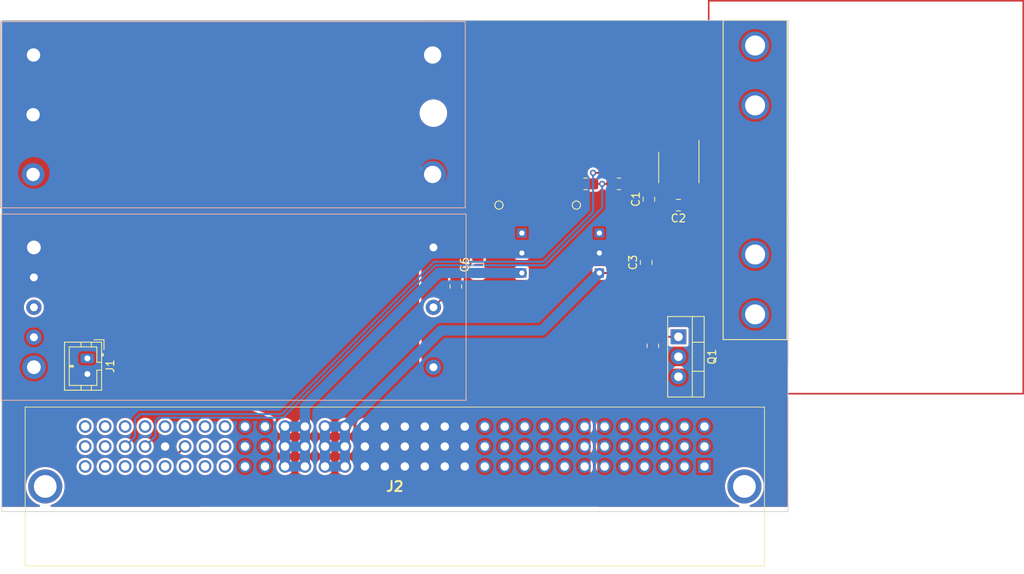
<source format=kicad_pcb>
(kicad_pcb (version 20240108) (generator "pcbnew") (generator_version "8.0")
  (layers (0 "F.Cu" signal) (31 "B.Cu" signal) (34 "B.Paste" user) (35 "F.Paste" user) (36 "B.SilkS" user "B.Silkscreen") (37 "F.SilkS" user "F.Silkscreen") (38 "B.Mask" user) (39 "F.Mask" user) (44 "Edge.Cuts" user))
  (net 0 "")
  (net 1 "/V_POWER")
  (net 2 "+24V")
  (net 3 "/VBATT")
  (net 4 "Net-(20A1-1)")
  (net 5 "+12V")
  (net 6 "+5V")
  (net 7 "+3.3V")
  (net 8 "12V_Jetson")
  (net 19 "SW2")
  (net 20 "SW1")
  (net 21 "SDA")
  (net 22 "SCL")
  (net 30 "Net-(INPT_CRRNT_SNSR1-FILTER)")
  (net 34 "Net-(U2-ON{slash}OFF)")
  (net 35 "DAT1")
  (net 36 "DAT2")
  (footprint "Custom:1.25__FUSECLIPS" (layer "F.Cu") (at 245.9 69.3 90)
    (property "Reference" "20A1" (hide yes))
    (property "Value" "Fuse")
    (fp_line (start 20.32 -4.064) (end 20.32 4.064) (stroke (width 0.127)) (layer "F.SilkS"))
    (fp_line (start -20.32 -4.064) (end 20.32 -4.064) (stroke (width 0.127)) (layer "F.SilkS"))
    (fp_line (start 20.32 4.064) (end -20.32 4.064) (stroke (width 0.127)) (layer "F.SilkS"))
    (fp_line (start -20.32 4.064) (end -20.32 -4.064) (stroke (width 0.127)) (layer "F.SilkS"))
    (pad "P$1" thru_hole circle (at -17.1069 0 90) (size 3.556 3.556) (drill 2.54) (layers "*.Cu" "*.Mask") (net 4 "Net-(20A1-1)"))
    (pad "P$1" thru_hole circle (at -9.4869 0 90) (size 3.556 3.556) (drill 2.54) (layers "*.Cu" "*.Mask") (net 4 "Net-(20A1-1)"))
    (pad "P$2" thru_hole circle (at 9.4869 0 90) (size 3.556 3.556) (drill 2.54) (layers "*.Cu" "*.Mask") (net 3 "/VBATT"))
    (pad "P$2" thru_hole circle (at 17.1069 0 90) (size 3.556 3.556) (drill 2.54) (layers "*.Cu" "*.Mask") (net 3 "/VBATT"))
  )
  (footprint "Capacitor_SMD:C_0805_2012Metric_Pad1.18x1.45mm_HandSolder" (layer "F.Cu") (at 232.4 71.75 90)
    (property "Reference" "C1" (at 0 -1.68 90) (layer "F.SilkS"))
    (property "Value" "47n")
    (fp_line (start -0.261252 -0.735) (end 0.261252 -0.735) (stroke (width 0.12)) (layer "F.SilkS"))
    (fp_line (start -0.261252 0.735) (end 0.261252 0.735) (stroke (width 0.12)) (layer "F.SilkS"))
    (pad "1" smd roundrect (at -1.0375 0 90) (size 1.175 1.45) (layers "F.Cu" "F.Paste" "F.Mask") (roundrect_rratio 0.2127659574) (net 30 "Net-(INPT_CRRNT_SNSR1-FILTER)"))
    (pad "2" smd roundrect (at 1.0375 0 90) (size 1.175 1.45) (layers "F.Cu" "F.Paste" "F.Mask") (roundrect_rratio 0.2127659574) (net 20 "SW1"))
  )
  (footprint "Package_SO:SOIC-8_3.9x4.9mm_P1.27mm" (layer "F.Cu") (at 236.2 67.7 -90)
    (property "Reference" "INPT_CRRNT_SNSR1" (hide yes))
    (property "Value" "TMCS1101A4B")
    (fp_line (start 0 2.56) (end -1.95 2.56) (stroke (width 0.12)) (layer "F.SilkS"))
    (fp_line (start 0 2.56) (end 1.95 2.56) (stroke (width 0.12)) (layer "F.SilkS"))
    (fp_line (start 0 -2.56) (end -3.45 -2.56) (stroke (width 0.12)) (layer "F.SilkS"))
    (fp_line (start 0 -2.56) (end 1.95 -2.56) (stroke (width 0.12)) (layer "F.SilkS"))
    (pad "1" smd roundrect (at -2.475 -1.905 270) (size 1.95 0.6) (layers "F.Cu" "F.Paste" "F.Mask") (net 3 "/VBATT"))
    (pad "1" smd roundrect (at -2.475 -0.635 270) (size 1.95 0.6) (layers "F.Cu" "F.Paste" "F.Mask") (net 3 "/VBATT"))
    (pad "3" smd roundrect (at -2.475 0.635 270) (size 1.95 0.6) (layers "F.Cu" "F.Paste" "F.Mask") (net 1 "/V_POWER"))
    (pad "3" smd roundrect (at -2.475 1.905 270) (size 1.95 0.6) (layers "F.Cu" "F.Paste" "F.Mask") (net 1 "/V_POWER"))
    (pad "5" smd roundrect (at 2.475 1.905 270) (size 1.95 0.6) (layers "F.Cu" "F.Paste" "F.Mask") (net 20 "SW1"))
    (pad "6" smd roundrect (at 2.475 0.635 270) (size 1.95 0.6) (layers "F.Cu" "F.Paste" "F.Mask") (net 30 "Net-(INPT_CRRNT_SNSR1-FILTER)"))
    (pad "7" smd roundrect (at 2.475 -0.635 270) (size 1.95 0.6) (layers "F.Cu" "F.Paste" "F.Mask") (net 36 "DAT2"))
    (pad "8" smd roundrect (at 2.475 -1.905 270) (size 1.95 0.6) (layers "F.Cu" "F.Paste" "F.Mask") (net 6 "+5V"))
  )
  (footprint "Capacitor_SMD:C_0805_2012Metric_Pad1.18x1.45mm_HandSolder" (layer "F.Cu") (at 236.15 72.5 180)
    (property "Reference" "C2" (at 0 -1.68 0) (layer "F.SilkS"))
    (property "Value" "0.1u")
    (fp_line (start -0.261252 0.735) (end 0.261252 0.735) (stroke (width 0.12)) (layer "F.SilkS"))
    (fp_line (start -0.261252 -0.735) (end 0.261252 -0.735) (stroke (width 0.12)) (layer "F.SilkS"))
    (pad "1" smd roundrect (at -1.0375 0 180) (size 1.175 1.45) (layers "F.Cu" "F.Paste" "F.Mask") (roundrect_rratio 0.2127659574) (net 6 "+5V"))
    (pad "2" smd roundrect (at 1.0375 0 180) (size 1.175 1.45) (layers "F.Cu" "F.Paste" "F.Mask") (roundrect_rratio 0.2127659574) (net 20 "SW1"))
  )
  (footprint "Package_TO_SOT_THT:TO-220-3_Vertical" (layer "F.Cu") (at 236.155 89.26 -90)
    (property "Reference" "Q1" (at 2.54 -4.27 90) (layer "F.SilkS"))
    (property "Value" "FQPF27P06")
    (fp_line (start -2.58 1.371) (end 7.66 1.371) (stroke (width 0.12)) (layer "F.SilkS"))
    (fp_line (start -2.58 -1.76) (end 7.66 -1.76) (stroke (width 0.12)) (layer "F.SilkS"))
    (fp_line (start -2.58 -3.27) (end -2.58 1.371) (stroke (width 0.12)) (layer "F.SilkS"))
    (fp_line (start -2.58 -3.27) (end 7.66 -3.27) (stroke (width 0.12)) (layer "F.SilkS"))
    (fp_line (start 0.69 -3.27) (end 0.69 -1.76) (stroke (width 0.12)) (layer "F.SilkS"))
    (fp_line (start 4.391 -3.27) (end 4.391 -1.76) (stroke (width 0.12)) (layer "F.SilkS"))
    (fp_line (start 7.66 -3.27) (end 7.66 1.371) (stroke (width 0.12)) (layer "F.SilkS"))
    (pad "1" thru_hole rect (at 0 0 270) (size 1.905 2) (drill 1.1) (layers "*.Cu" "*.Mask") (net 19 "SW2"))
    (pad "2" thru_hole oval (at 2.54 0 270) (size 1.905 2) (drill 1.1) (layers "*.Cu" "*.Mask") (net 4 "Net-(20A1-1)"))
    (pad "3" thru_hole oval (at 5.08 0 270) (size 1.905 2) (drill 1.1) (layers "*.Cu" "*.Mask") (net 2 "+24V"))
  )
  (footprint "Resistor_SMD:R_0805_2012Metric_Pad1.20x1.40mm_HandSolder" (layer "F.Cu") (at 224.35 69.8)
    (property "Reference" "VDIV1(R)1" (hide yes))
    (property "Value" "90kO")
    (fp_line (start -0.227064 -0.735) (end 0.227064 -0.735) (stroke (width 0.12)) (layer "F.SilkS"))
    (fp_line (start -0.227064 0.735) (end 0.227064 0.735) (stroke (width 0.12)) (layer "F.SilkS"))
    (pad "1" smd roundrect (at -1 0) (size 1.2 1.4) (layers "F.Cu" "F.Paste" "F.Mask") (roundrect_rratio 0.2083333333) (net 1 "/V_POWER"))
    (pad "2" smd roundrect (at 1 0) (size 1.2 1.4) (layers "F.Cu" "F.Paste" "F.Mask") (roundrect_rratio 0.2083333333) (net 35 "DAT1"))
  )
  (footprint "Custom:6509475" (layer "F.Cu") (at 239.462617 105.762442)
    (property "Reference" "J2" (at -39.37 2.545 0) (layer "F.SilkS") (effects (font (size 1.27 1.27) (thickness 0.254))))
    (property "Value" "~" (hide yes))
    (fp_line (start -86.37 -7.56) (end 7.63 -7.56) (stroke (width 0.1)) (layer "F.SilkS"))
    (fp_line (start -86.37 12.65) (end -86.37 -7.56) (stroke (width 0.1)) (layer "F.SilkS"))
    (fp_line (start 7.63 -7.56) (end 7.63 12.65) (stroke (width 0.1)) (layer "F.SilkS"))
    (fp_line (start 7.63 12.65) (end -86.37 12.65) (stroke (width 0.1)) (layer "F.SilkS"))
    (pad "A1" thru_hole rect (at 0 0) (size 1.605 1.605) (drill 1.07) (layers "*.Cu" "*.Mask") (net 2 "+24V"))
    (pad "A2" thru_hole circle (at -2.54 0) (size 1.605 1.605) (drill 1.07) (layers "*.Cu" "*.Mask") (net 2 "+24V"))
    (pad "A3" thru_hole circle (at -5.08 0) (size 1.605 1.605) (drill 1.07) (layers "*.Cu" "*.Mask") (net 2 "+24V"))
    (pad "A4" thru_hole circle (at -7.62 0) (size 1.605 1.605) (drill 1.07) (layers "*.Cu" "*.Mask") (net 2 "+24V"))
    (pad "A5" thru_hole circle (at -10.16 0) (size 1.605 1.605) (drill 1.07) (layers "*.Cu" "*.Mask") (net 2 "+24V"))
    (pad "A6" thru_hole circle (at -12.7 0) (size 1.605 1.605) (drill 1.07) (layers "*.Cu" "*.Mask") (net 2 "+24V"))
    (pad "A7" thru_hole circle (at -15.24 0) (size 1.605 1.605) (drill 1.07) (layers "*.Cu" "*.Mask") (net 5 "+12V"))
    (pad "A8" thru_hole circle (at -17.78 0) (size 1.605 1.605) (drill 1.07) (layers "*.Cu" "*.Mask") (net 5 "+12V"))
    (pad "A9" thru_hole circle (at -20.32 0) (size 1.605 1.605) (drill 1.07) (layers "*.Cu" "*.Mask") (net 5 "+12V"))
    (pad "A10" thru_hole circle (at -22.86 0) (size 1.605 1.605) (drill 1.07) (layers "*.Cu" "*.Mask") (net 5 "+12V"))
    (pad "A11" thru_hole circle (at -25.4 0) (size 1.605 1.605) (drill 1.07) (layers "*.Cu" "*.Mask") (net 5 "+12V"))
    (pad "A12" thru_hole circle (at -27.94 0) (size 1.605 1.605) (drill 1.07) (layers "*.Cu" "*.Mask") (net 5 "+12V"))
    (pad "A13" thru_hole circle (at -30.48 0) (size 1.605 1.605) (drill 1.07) (layers "*.Cu" "*.Mask") (net 20 "SW1"))
    (pad "A14" thru_hole circle (at -33.02 0) (size 1.605 1.605) (drill 1.07) (layers "*.Cu" "*.Mask") (net 20 "SW1"))
    (pad "A15" thru_hole circle (at -35.56 0) (size 1.605 1.605) (drill 1.07) (layers "*.Cu" "*.Mask") (net 20 "SW1"))
    (pad "A16" thru_hole circle (at -38.1 0) (size 1.605 1.605) (drill 1.07) (layers "*.Cu" "*.Mask") (net 20 "SW1"))
    (pad "A17" thru_hole circle (at -40.64 0) (size 1.605 1.605) (drill 1.07) (layers "*.Cu" "*.Mask") (net 20 "SW1"))
    (pad "A18" thru_hole circle (at -43.18 0) (size 1.605 1.605) (drill 1.07) (layers "*.Cu" "*.Mask") (net 20 "SW1"))
    (pad "A19" thru_hole circle (at -45.72 0) (size 1.605 1.605) (drill 1.07) (layers "*.Cu" "*.Mask") (net 6 "+5V"))
    (pad "A20" thru_hole circle (at -48.26 0) (size 1.605 1.605) (drill 1.07) (layers "*.Cu" "*.Mask") (net 6 "+5V"))
    (pad "A21" thru_hole circle (at -50.8 0) (size 1.605 1.605) (drill 1.07) (layers "*.Cu" "*.Mask") (net 7 "+3.3V"))
    (pad "A22" thru_hole circle (at -53.34 0) (size 1.605 1.605) (drill 1.07) (layers "*.Cu" "*.Mask") (net 7 "+3.3V"))
    (pad "A23" thru_hole circle (at -55.88 0) (size 1.605 1.605) (drill 1.07) (layers "*.Cu" "*.Mask") (net 8 "12V_Jetson"))
    (pad "A24" thru_hole circle (at -58.42 0) (size 1.605 1.605) (drill 1.07) (layers "*.Cu" "*.Mask") (net 8 "12V_Jetson"))
    (pad "A25" thru_hole circle (at -60.96 0) (size 1.605 1.605) (drill 1.07) (layers "*.Cu" "*.Mask"))
    (pad "A26" thru_hole circle (at -63.5 0) (size 1.605 1.605) (drill 1.07) (layers "*.Cu" "*.Mask"))
    (pad "A27" thru_hole circle (at -66.04 0) (size 1.605 1.605) (drill 1.07) (layers "*.Cu" "*.Mask"))
    (pad "A28" thru_hole circle (at -68.58 0) (size 1.605 1.605) (drill 1.07) (layers "*.Cu" "*.Mask"))
    (pad "A29" thru_hole circle (at -71.12 0) (size 1.605 1.605) (drill 1.07) (layers "*.Cu" "*.Mask"))
    (pad "A30" thru_hole circle (at -73.66 0) (size 1.605 1.605) (drill 1.07) (layers "*.Cu" "*.Mask"))
    (pad "A31" thru_hole circle (at -76.2 0) (size 1.605 1.605) (drill 1.07) (layers "*.Cu" "*.Mask"))
    (pad "A32" thru_hole circle (at -78.74 0) (size 1.605 1.605) (drill 1.07) (layers "*.Cu" "*.Mask"))
    (pad "B1" thru_hole circle (at 0 -2.54) (size 1.605 1.605) (drill 1.07) (layers "*.Cu" "*.Mask") (net 2 "+24V"))
    (pad "B2" thru_hole circle (at -2.54 -2.54) (size 1.605 1.605) (drill 1.07) (layers "*.Cu" "*.Mask") (net 2 "+24V"))
    (pad "B3" thru_hole circle (at -5.08 -2.54) (size 1.605 1.605) (drill 1.07) (layers "*.Cu" "*.Mask") (net 2 "+24V"))
    (pad "B4" thru_hole circle (at -7.62 -2.54) (size 1.605 1.605) (drill 1.07) (layers "*.Cu" "*.Mask") (net 2 "+24V"))
    (pad "B5" thru_hole circle (at -10.16 -2.54) (size 1.605 1.605) (drill 1.07) (layers "*.Cu" "*.Mask") (net 2 "+24V"))
    (pad "B6" thru_hole circle (at -12.7 -2.54) (size 1.605 1.605) (drill 1.07) (layers "*.Cu" "*.Mask") (net 2 "+24V"))
    (pad "B7" thru_hole circle (at -15.24 -2.54) (size 1.605 1.605) (drill 1.07) (layers "*.Cu" "*.Mask") (net 5 "+12V"))
    (pad "B8" thru_hole circle (at -17.78 -2.54) (size 1.605 1.605) (drill 1.07) (layers "*.Cu" "*.Mask") (net 5 "+12V"))
    (pad "B9" thru_hole circle (at -20.32 -2.54) (size 1.605 1.605) (drill 1.07) (layers "*.Cu" "*.Mask") (net 5 "+12V"))
    (pad "B10" thru_hole circle (at -22.86 -2.54) (size 1.605 1.605) (drill 1.07) (layers "*.Cu" "*.Mask") (net 5 "+12V"))
    (pad "B11" thru_hole circle (at -25.4 -2.54) (size 1.605 1.605) (drill 1.07) (layers "*.Cu" "*.Mask") (net 5 "+12V"))
    (pad "B12" thru_hole circle (at -27.94 -2.54) (size 1.605 1.605) (drill 1.07) (layers "*.Cu" "*.Mask") (net 5 "+12V"))
    (pad "B13" thru_hole circle (at -30.48 -2.54) (size 1.605 1.605) (drill 1.07) (layers "*.Cu" "*.Mask") (net 20 "SW1"))
    (pad "B14" thru_hole circle (at -33.02 -2.54) (size 1.605 1.605) (drill 1.07) (layers "*.Cu" "*.Mask") (net 20 "SW1"))
    (pad "B15" thru_hole circle (at -35.56 -2.54) (size 1.605 1.605) (drill 1.07) (layers "*.Cu" "*.Mask") (net 20 "SW1"))
    (pad "B16" thru_hole circle (at -38.1 -2.54) (size 1.605 1.605) (drill 1.07) (layers "*.Cu" "*.Mask") (net 20 "SW1"))
    (pad "B17" thru_hole circle (at -40.64 -2.54) (size 1.605 1.605) (drill 1.07) (layers "*.Cu" "*.Mask") (net 20 "SW1"))
    (pad "B18" thru_hole circle (at -43.18 -2.54) (size 1.605 1.605) (drill 1.07) (layers "*.Cu" "*.Mask") (net 20 "SW1"))
    (pad "B19" thru_hole circle (at -45.72 -2.54) (size 1.605 1.605) (drill 1.07) (layers "*.Cu" "*.Mask") (net 6 "+5V"))
    (pad "B20" thru_hole circle (at -48.26 -2.54) (size 1.605 1.605) (drill 1.07) (layers "*.Cu" "*.Mask") (net 6 "+5V"))
    (pad "B21" thru_hole circle (at -50.8 -2.54) (size 1.605 1.605) (drill 1.07) (layers "*.Cu" "*.Mask") (net 7 "+3.3V"))
    (pad "B22" thru_hole circle (at -53.34 -2.54) (size 1.605 1.605) (drill 1.07) (layers "*.Cu" "*.Mask") (net 7 "+3.3V"))
    (pad "B23" thru_hole circle (at -55.88 -2.54) (size 1.605 1.605) (drill 1.07) (layers "*.Cu" "*.Mask") (net 8 "12V_Jetson"))
    (pad "B24" thru_hole circle (at -58.42 -2.54) (size 1.605 1.605) (drill 1.07) (layers "*.Cu" "*.Mask") (net 8 "12V_Jetson"))
    (pad "B25" thru_hole circle (at -60.96 -2.54) (size 1.605 1.605) (drill 1.07) (layers "*.Cu" "*.Mask"))
    (pad "B26" thru_hole circle (at -63.5 -2.54) (size 1.605 1.605) (drill 1.07) (layers "*.Cu" "*.Mask"))
    (pad "B27" thru_hole circle (at -66.04 -2.54) (size 1.605 1.605) (drill 1.07) (layers "*.Cu" "*.Mask") (net 19 "SW2"))
    (pad "B28" thru_hole circle (at -68.58 -2.54) (size 1.605 1.605) (drill 1.07) (layers "*.Cu" "*.Mask") (net 20 "SW1"))
    (pad "B29" thru_hole circle (at -71.12 -2.54) (size 1.605 1.605) (drill 1.07) (layers "*.Cu" "*.Mask") (net 35 "DAT1"))
    (pad "B30" thru_hole circle (at -73.66 -2.54) (size 1.605 1.605) (drill 1.07) (layers "*.Cu" "*.Mask") (net 36 "DAT2"))
    (pad "B31" thru_hole circle (at -76.2 -2.54) (size 1.605 1.605) (drill 1.07) (layers "*.Cu" "*.Mask") (net 21 "SDA"))
    (pad "B32" thru_hole circle (at -78.74 -2.54) (size 1.605 1.605) (drill 1.07) (layers "*.Cu" "*.Mask") (net 22 "SCL"))
    (pad "C1" thru_hole circle (at 0 -5.08) (size 1.605 1.605) (drill 1.07) (layers "*.Cu" "*.Mask") (net 2 "+24V"))
    (pad "C2" thru_hole circle (at -2.54 -5.08) (size 1.605 1.605) (drill 1.07) (layers "*.Cu" "*.Mask") (net 2 "+24V"))
    (pad "C3" thru_hole circle (at -5.08 -5.08) (size 1.605 1.605) (drill 1.07) (layers "*.Cu" "*.Mask") (net 2 "+24V"))
    (pad "C4" thru_hole circle (at -7.62 -5.08) (size 1.605 1.605) (drill 1.07) (layers "*.Cu" "*.Mask") (net 2 "+24V"))
    (pad "C5" thru_hole circle (at -10.16 -5.08) (size 1.605 1.605) (drill 1.07) (layers "*.Cu" "*.Mask") (net 2 "+24V"))
    (pad "C6" thru_hole circle (at -12.7 -5.08) (size 1.605 1.605) (drill 1.07) (layers "*.Cu" "*.Mask") (net 2 "+24V"))
    (pad "C7" thru_hole circle (at -15.24 -5.08) (size 1.605 1.605) (drill 1.07) (layers "*.Cu" "*.Mask") (net 5 "+12V"))
    (pad "C8" thru_hole circle (at -17.78 -5.08) (size 1.605 1.605) (drill 1.07) (layers "*.Cu" "*.Mask") (net 5 "+12V"))
    (pad "C9" thru_hole circle (at -20.32 -5.08) (size 1.605 1.605) (drill 1.07) (layers "*.Cu" "*.Mask") (net 5 "+12V"))
    (pad "C10" thru_hole circle (at -22.86 -5.08) (size 1.605 1.605) (drill 1.07) (layers "*.Cu" "*.Mask") (net 5 "+12V"))
    (pad "C11" thru_hole circle (at -25.4 -5.08) (size 1.605 1.605) (drill 1.07) (layers "*.Cu" "*.Mask") (net 5 "+12V"))
    (pad "C12" thru_hole circle (at -27.94 -5.08) (size 1.605 1.605) (drill 1.07) (layers "*.Cu" "*.Mask") (net 5 "+12V"))
    (pad "C13" thru_hole circle (at -30.48 -5.08) (size 1.605 1.605) (drill 1.07) (layers "*.Cu" "*.Mask") (net 20 "SW1"))
    (pad "C14" thru_hole circle (at -33.02 -5.08) (size 1.605 1.605) (drill 1.07) (layers "*.Cu" "*.Mask") (net 20 "SW1"))
    (pad "C15" thru_hole circle (at -35.56 -5.08) (size 1.605 1.605) (drill 1.07) (layers "*.Cu" "*.Mask") (net 20 "SW1"))
    (pad "C16" thru_hole circle (at -38.1 -5.08) (size 1.605 1.605) (drill 1.07) (layers "*.Cu" "*.Mask") (net 20 "SW1"))
    (pad "C17" thru_hole circle (at -40.64 -5.08) (size 1.605 1.605) (drill 1.07) (layers "*.Cu" "*.Mask") (net 20 "SW1"))
    (pad "C18" thru_hole circle (at -43.18 -5.08) (size 1.605 1.605) (drill 1.07) (layers "*.Cu" "*.Mask") (net 20 "SW1"))
    (pad "C19" thru_hole circle (at -45.72 -5.08) (size 1.605 1.605) (drill 1.07) (layers "*.Cu" "*.Mask") (net 6 "+5V"))
    (pad "C20" thru_hole circle (at -48.26 -5.08) (size 1.605 1.605) (drill 1.07) (layers "*.Cu" "*.Mask") (net 6 "+5V"))
    (pad "C21" thru_hole circle (at -50.8 -5.08) (size 1.605 1.605) (drill 1.07) (layers "*.Cu" "*.Mask") (net 7 "+3.3V"))
    (pad "C22" thru_hole circle (at -53.34 -5.08) (size 1.605 1.605) (drill 1.07) (layers "*.Cu" "*.Mask") (net 7 "+3.3V"))
    (pad "C23" thru_hole circle (at -55.88 -5.08) (size 1.605 1.605) (drill 1.07) (layers "*.Cu" "*.Mask") (net 8 "12V_Jetson"))
    (pad "C24" thru_hole circle (at -58.42 -5.08) (size 1.605 1.605) (drill 1.07) (layers "*.Cu" "*.Mask") (net 8 "12V_Jetson"))
    (pad "C25" thru_hole circle (at -60.96 -5.08) (size 1.605 1.605) (drill 1.07) (layers "*.Cu" "*.Mask"))
    (pad "C26" thru_hole circle (at -63.5 -5.08) (size 1.605 1.605) (drill 1.07) (layers "*.Cu" "*.Mask"))
    (pad "C27" thru_hole circle (at -66.04 -5.08) (size 1.605 1.605) (drill 1.07) (layers "*.Cu" "*.Mask"))
    (pad "C28" thru_hole circle (at -68.58 -5.08) (size 1.605 1.605) (drill 1.07) (layers "*.Cu" "*.Mask"))
    (pad "C29" thru_hole circle (at -71.12 -5.08) (size 1.605 1.605) (drill 1.07) (layers "*.Cu" "*.Mask"))
    (pad "C30" thru_hole circle (at -73.66 -5.08) (size 1.605 1.605) (drill 1.07) (layers "*.Cu" "*.Mask"))
    (pad "C31" thru_hole circle (at -76.2 -5.08) (size 1.605 1.605) (drill 1.07) (layers "*.Cu" "*.Mask"))
    (pad "C32" thru_hole circle (at -78.74 -5.08) (size 1.605 1.605) (drill 1.07) (layers "*.Cu" "*.Mask"))
    (pad "MH1" thru_hole circle (at 5.08 2.54) (size 4.335 4.335) (drill 2.89) (layers "*.Cu" "*.Mask"))
    (pad "MH2" thru_hole circle (at -83.82 2.54) (size 4.335 4.335) (drill 2.89) (layers "*.Cu" "*.Mask"))
  )
  (footprint "Resistor_SMD:R_0805_2012Metric_Pad1.20x1.40mm_HandSolder" (layer "F.Cu") (at 232.9 90.4 90)
    (property "Reference" "RSW1" (hide yes))
    (property "Value" "10kO")
    (fp_line (start -0.227064 -0.735) (end 0.227064 -0.735) (stroke (width 0.12)) (layer "F.SilkS"))
    (fp_line (start -0.227064 0.735) (end 0.227064 0.735) (stroke (width 0.12)) (layer "F.SilkS"))
    (pad "1" smd roundrect (at -1 0 90) (size 1.2 1.4) (layers "F.Cu" "F.Paste" "F.Mask") (roundrect_rratio 0.2083333333) (net 2 "+24V"))
    (pad "2" smd roundrect (at 1 0 90) (size 1.2 1.4) (layers "F.Cu" "F.Paste" "F.Mask") (roundrect_rratio 0.2083333333) (net 19 "SW2"))
  )
  (footprint "Custom:TSR2" (layer "F.Cu") (at 216.25 78.6 -90)
    (property "Reference" "DC/DC_CNVRT2" (hide yes))
    (property "Value" "TSR2-2433" (hide yes))
    (fp_circle (center -6.096 2.921) (end -5.572366 2.921) (stroke (width 0.127)) (fill none) (layer "F.SilkS"))
    (pad "1" thru_hole rect (at -2.54 0 270) (size 1.158 1.158) (drill 0.65) (layers "*.Cu" "*.Mask") (net 1 "/V_POWER"))
    (pad "2" thru_hole rect (at 0 0 270) (size 1.158 1.158) (drill 0.65) (layers "*.Cu" "*.Mask") (net 20 "SW1"))
    (pad "3" thru_hole rect (at 2.54 0 270) (size 1.158 1.158) (drill 0.65) (layers "*.Cu" "*.Mask") (net 7 "+3.3V"))
  )
  (footprint "Custom:TSR2" (layer "F.Cu") (at 226.1 78.6 -90)
    (property "Reference" "DC/DC_CNVRT1" (hide yes))
    (property "Value" "TSR2-2450" (hide yes))
    (fp_circle (center -6.096 2.921) (end -5.572366 2.921) (stroke (width 0.127)) (fill none) (layer "F.SilkS"))
    (pad "1" thru_hole rect (at -2.54 0 270) (size 1.158 1.158) (drill 0.65) (layers "*.Cu" "*.Mask") (net 1 "/V_POWER"))
    (pad "2" thru_hole rect (at 0 0 270) (size 1.158 1.158) (drill 0.65) (layers "*.Cu" "*.Mask") (net 20 "SW1"))
    (pad "3" thru_hole rect (at 2.54 0 270) (size 1.158 1.158) (drill 0.65) (layers "*.Cu" "*.Mask") (net 6 "+5V"))
  )
  (footprint "Capacitor_SMD:C_0805_2012Metric_Pad1.18x1.45mm_HandSolder" (layer "F.Cu") (at 210.65 80.1 90)
    (property "Reference" "C6" (at 0 -1.68 90) (layer "F.SilkS"))
    (property "Value" "1u")
    (fp_line (start -0.261252 -0.735) (end 0.261252 -0.735) (stroke (width 0.12)) (layer "F.SilkS"))
    (fp_line (start -0.261252 0.735) (end 0.261252 0.735) (stroke (width 0.12)) (layer "F.SilkS"))
    (pad "1" smd roundrect (at -1.0375 0 90) (size 1.175 1.45) (layers "F.Cu" "F.Paste" "F.Mask") (roundrect_rratio 0.2127659574) (net 7 "+3.3V"))
    (pad "2" smd roundrect (at 1.0375 0 90) (size 1.175 1.45) (layers "F.Cu" "F.Paste" "F.Mask") (roundrect_rratio 0.2127659574) (net 20 "SW1"))
  )
  (footprint "Capacitor_SMD:C_0805_2012Metric_Pad1.18x1.45mm_HandSolder" (layer "F.Cu") (at 232.05 79.8 90)
    (property "Reference" "C3" (at 0 -1.68 90) (layer "F.SilkS"))
    (property "Value" "1u")
    (fp_line (start -0.261252 -0.735) (end 0.261252 -0.735) (stroke (width 0.12)) (layer "F.SilkS"))
    (fp_line (start -0.261252 0.735) (end 0.261252 0.735) (stroke (width 0.12)) (layer "F.SilkS"))
    (pad "1" smd roundrect (at -1.0375 0 90) (size 1.175 1.45) (layers "F.Cu" "F.Paste" "F.Mask") (roundrect_rratio 0.2127659574) (net 6 "+5V"))
    (pad "2" smd roundrect (at 1.0375 0 90) (size 1.175 1.45) (layers "F.Cu" "F.Paste" "F.Mask") (roundrect_rratio 0.2127659574) (net 20 "SW1"))
  )
  (footprint "Resistor_SMD:R_0805_2012Metric_Pad1.20x1.40mm_HandSolder" (layer "F.Cu") (at 207.85 82.85 90)
    (property "Reference" "RSW2" (hide yes))
    (property "Value" "10kO")
    (fp_line (start -0.227064 -0.735) (end 0.227064 -0.735) (stroke (width 0.12)) (layer "F.SilkS"))
    (fp_line (start -0.227064 0.735) (end 0.227064 0.735) (stroke (width 0.12)) (layer "F.SilkS"))
    (pad "1" smd roundrect (at -1 0 90) (size 1.2 1.4) (layers "F.Cu" "F.Paste" "F.Mask") (roundrect_rratio 0.2083333333) (net 34 "Net-(U2-ON{slash}OFF)"))
    (pad "2" smd roundrect (at 1 0 90) (size 1.2 1.4) (layers "F.Cu" "F.Paste" "F.Mask") (roundrect_rratio 0.2083333333) (net 20 "SW1"))
  )
  (footprint "Connector_JST:JST_PH_B2B-PH-K_1x02_P2.00mm_Vertical" (layer "F.Cu") (at 161 92 -90)
    (property "Reference" "J1" (at 1 -2.9 90) (layer "F.SilkS"))
    (property "Value" "Conn_01x02")
    (fp_line (start -2.06 2.91) (end 4.06 2.91) (stroke (width 0.12)) (layer "F.SilkS"))
    (fp_line (start 4.06 2.91) (end 4.06 -1.81) (stroke (width 0.12)) (layer "F.SilkS"))
    (fp_line (start -1.45 2.3) (end 3.45 2.3) (stroke (width 0.12)) (layer "F.SilkS"))
    (fp_line (start 0.9 2.3) (end 0.9 1.8) (stroke (width 0.12)) (layer "F.SilkS"))
    (fp_line (start 1 2.3) (end 1 1.8) (stroke (width 0.12)) (layer "F.SilkS"))
    (fp_line (start 3.45 2.3) (end 3.45 -1.2) (stroke (width 0.12)) (layer "F.SilkS"))
    (fp_line (start 0.9 1.8) (end 1.1 1.8) (stroke (width 0.12)) (layer "F.SilkS"))
    (fp_line (start 1.1 1.8) (end 1.1 2.3) (stroke (width 0.12)) (layer "F.SilkS"))
    (fp_line (start -2.06 0.8) (end -1.45 0.8) (stroke (width 0.12)) (layer "F.SilkS"))
    (fp_line (start 4.06 0.8) (end 3.45 0.8) (stroke (width 0.12)) (layer "F.SilkS"))
    (fp_line (start -2.06 -0.5) (end -1.45 -0.5) (stroke (width 0.12)) (layer "F.SilkS"))
    (fp_line (start 4.06 -0.5) (end 3.45 -0.5) (stroke (width 0.12)) (layer "F.SilkS"))
    (fp_line (start -1.45 -1.2) (end -1.45 2.3) (stroke (width 0.12)) (layer "F.SilkS"))
    (fp_line (start 0.5 -1.2) (end -1.45 -1.2) (stroke (width 0.12)) (layer "F.SilkS"))
    (fp_line (start 1.5 -1.2) (end 1.5 -1.81) (stroke (width 0.12)) (layer "F.SilkS"))
    (fp_line (start 3.45 -1.2) (end 1.5 -1.2) (stroke (width 0.12)) (layer "F.SilkS"))
    (fp_line (start -2.06 -1.81) (end -2.06 2.91) (stroke (width 0.12)) (layer "F.SilkS"))
    (fp_line (start -0.3 -1.81) (end -0.3 -2.01) (stroke (width 0.12)) (layer "F.SilkS"))
    (fp_line (start 0.5 -1.81) (end 0.5 -1.2) (stroke (width 0.12)) (layer "F.SilkS"))
    (fp_line (start 4.06 -1.81) (end -2.06 -1.81) (stroke (width 0.12)) (layer "F.SilkS"))
    (fp_line (start -0.3 -1.91) (end -0.6 -1.91) (stroke (width 0.12)) (layer "F.SilkS"))
    (fp_line (start -0.6 -2.01) (end -0.6 -1.81) (stroke (width 0.12)) (layer "F.SilkS"))
    (fp_line (start -0.3 -2.01) (end -0.6 -2.01) (stroke (width 0.12)) (layer "F.SilkS"))
    (fp_line (start -2.36 -2.11) (end -2.36 -0.86) (stroke (width 0.12)) (layer "F.SilkS"))
    (fp_line (start -1.11 -2.11) (end -2.36 -2.11) (stroke (width 0.12)) (layer "F.SilkS"))
    (pad "1" thru_hole roundrect (at 0 0 270) (size 1.2 1.75) (drill 0.75) (layers "*.Cu" "*.Mask") (roundrect_rratio 0.208333) (net 8 "12V_Jetson"))
    (pad "2" thru_hole oval (at 2 0 270) (size 1.2 1.75) (drill 0.75) (layers "*.Cu" "*.Mask") (net 20 "SW1"))
  )
  (footprint "Resistor_SMD:R_0805_2012Metric_Pad1.20x1.40mm_HandSolder" (layer "F.Cu") (at 228.6 69.8)
    (property "Reference" "VDIV2(R)1" (hide yes))
    (property "Value" "10kO")
    (fp_line (start -0.227064 -0.735) (end 0.227064 -0.735) (stroke (width 0.12)) (layer "F.SilkS"))
    (fp_line (start -0.227064 0.735) (end 0.227064 0.735) (stroke (width 0.12)) (layer "F.SilkS"))
    (pad "1" smd roundrect (at -1 0) (size 1.2 1.4) (layers "F.Cu" "F.Paste" "F.Mask") (roundrect_rratio 0.2083333333) (net 35 "DAT1"))
    (pad "2" smd roundrect (at 1 0) (size 1.2 1.4) (layers "F.Cu" "F.Paste" "F.Mask") (roundrect_rratio 0.2083333333) (net 20 "SW1"))
  )
  (footprint "Custom:240W_CONV" (layer "B.Cu") (at 154.1 68.6 90)
    (property "Reference" "U1" (hide yes))
    (property "Value" "~" (hide yes))
    (fp_rect (start -4.25 54.95) (end 19.45 -4.15) (stroke (width 0.12)) (fill none) (layer "B.SilkS"))
    (pad "1" thru_hole circle (at 0 0 90) (size 2.9 2.9) (drill 1.7) (layers "*.Cu" "*.Mask") (net 1 "/V_POWER"))
    (pad "2" thru_hole circle (at 7.6 0 90) (size 2.9 2.9) (drill 1.7) (layers "*.Cu" "*.Mask"))
    (pad "3" thru_hole circle (at 15.2 0.0508 90) (size 2.9 2.9) (drill 1.7) (layers "*.Cu" "*.Mask") (net 20 "SW1"))
    (pad "4" thru_hole circle (at 15.2 50.8 90) (size 3.4 3.4) (drill 2.2) (layers "*.Cu" "*.Mask") (net 20 "SW1"))
    (pad "8" thru_hole circle (at 0 50.8 90) (size 3.4 3.4) (drill 2.2) (layers "*.Cu" "*.Mask") (net 5 "+12V"))
  )
  (footprint "Custom:72W_CONV" (layer "B.Cu") (at 205 77.89 -90)
    (property "Reference" "U2" (hide yes))
    (property "Value" "~")
    (fp_rect (start -4.25 54.95) (end 19.45 -4.15) (stroke (width 0.12)) (fill none) (layer "B.SilkS"))
    (pad "1" thru_hole circle (at 15.24 0 270) (size 1.95 1.95) (drill 1) (layers "*.Cu" "*.Mask") (net 1 "/V_POWER"))
    (pad "2" thru_hole circle (at 7.62 0 270) (size 1.95 1.95) (drill 1) (layers "*.Cu" "*.Mask") (net 34 "Net-(U2-ON{slash}OFF)"))
    (pad "3" thru_hole circle (at 0 0 270) (size 1.95 1.95) (drill 1) (layers "*.Cu" "*.Mask") (net 20 "SW1"))
    (pad "4" thru_hole circle (at 0 50.8 270) (size 3 3) (drill 1.75) (layers "*.Cu" "*.Mask") (net 20 "SW1"))
    (pad "5" thru_hole circle (at 3.81 50.8 270) (size 1.95 1.95) (drill 1) (layers "*.Cu" "*.Mask") (net 20 "SW1"))
    (pad "6" thru_hole circle (at 7.62 50.8 270) (size 1.95 1.95) (drill 1) (layers "*.Cu" "*.Mask"))
    (pad "7" thru_hole circle (at 11.43 50.8 270) (size 1.95 1.95) (drill 1) (layers "*.Cu" "*.Mask") (net 8 "12V_Jetson"))
    (pad "8" thru_hole circle (at 15.24 50.8 270) (size 3 3) (drill 1.75) (layers "*.Cu" "*.Mask") (net 8 "12V_Jetson"))
  )
  (gr_rect (start 240 46.5) (end 280 96.5) (stroke (width 0.2)) (fill none) (layer "F.Cu"))
  (gr_rect (start 150.1 49) (end 250.1 111.5) (stroke (width 0.1)) (fill none) (layer "Edge.Cuts"))
  (segment (start 232.9 91.4) (end 232.9 93.7) (width 0.25) (layer "F.Cu") (net 2))
  (segment (start 237.1875 72.687069) (end 235.874569 74) (width 0.25) (layer "F.Cu") (net 6))
  (segment (start 235.874569 74) (end 235.6 74) (width 0.25) (layer "F.Cu") (net 6))
  (segment (start 233.75 75.85) (end 233.75 79.1375) (width 0.25) (layer "F.Cu") (net 6))
  (segment (start 238.105 71.5825) (end 238.105 70.175) (width 0.25) (layer "F.Cu") (net 6))
  (segment (start 233.75 79.1375) (end 232.05 80.8375) (width 0.25) (layer "F.Cu") (net 6))
  (segment (start 231.7475 81.14) (end 226.1 81.14) (width 0.25) (layer "F.Cu") (net 6))
  (segment (start 237.1875 72.5) (end 237.1875 72.687069) (width 0.25) (layer "F.Cu") (net 6))
  (segment (start 232.05 80.8375) (end 231.7475 81.14) (width 0.25) (layer "F.Cu") (net 6))
  (segment (start 235.6 74) (end 233.75 75.85) (width 0.25) (layer "F.Cu") (net 6))
  (segment (start 237.1875 72.5) (end 238.105 71.5825) (width 0.25) (layer "F.Cu") (net 6))
  (segment (start 226.1 81.14) (end 218.79 88.45) (width 1.3) (layer "B.Cu") (net 6))
  (segment (start 191.202617 100.682442) (end 193.742617 100.682442) (width 1.3) (layer "B.Cu") (net 6))
  (segment (start 191.202617 103.222442) (end 193.742617 103.222442) (width 1.3) (layer "B.Cu") (net 6))
  (segment (start 218.79 88.45) (end 205.95 88.45) (width 1.3) (layer "B.Cu") (net 6))
  (segment (start 205.95 88.45) (end 205.95 88.475059) (width 1.3) (layer "B.Cu") (net 6))
  (segment (start 191.202617 105.762442) (end 191.202617 100.682442) (width 1.3) (layer "B.Cu") (net 6))
  (segment (start 193.742617 105.762442) (end 191.202617 105.762442) (width 1.3) (layer "B.Cu") (net 6))
  (segment (start 193.742617 100.682442) (end 193.742617 105.762442) (width 1.3) (layer "B.Cu") (net 6))
  (segment (start 205.95 88.475059) (end 193.742617 100.682442) (width 1.3) (layer "B.Cu") (net 6))
  (segment (start 210.6525 81.14) (end 216.25 81.14) (width 0.25) (layer "F.Cu") (net 7))
  (segment (start 210.65 81.1375) (end 210.6525 81.14) (width 0.25) (layer "F.Cu") (net 7))
  (segment (start 188.662617 105.762442) (end 186.122617 105.762442) (width 1.3) (layer "B.Cu") (net 7))
  (segment (start 186.122617 100.682442) (end 188.662617 100.682442) (width 1.3) (layer "B.Cu") (net 7))
  (segment (start 186.122617 103.222442) (end 188.662617 103.222442) (width 1.3) (layer "B.Cu") (net 7))
  (segment (start 188.662617 98.142442) (end 188.662617 105.762442) (width 1.3) (layer "B.Cu") (net 7))
  (segment (start 216.25 81.14) (end 205.665059 81.14) (width 1.3) (layer "B.Cu") (net 7))
  (segment (start 205.665059 81.14) (end 188.662617 98.142442) (width 1.3) (layer "B.Cu") (net 7))
  (segment (start 186.122617 105.762442) (end 186.122617 100.682442) (width 1.3) (layer "B.Cu") (net 7))
  (segment (start 173.422617 103.222442) (end 172.15 104.495059) (width 0.25) (layer "F.Cu") (net 19))
  (segment (start 172.15 106.9) (end 175.9 110.65) (width 0.25) (layer "F.Cu") (net 19))
  (segment (start 172.15 104.495059) (end 172.15 106.9) (width 0.25) (layer "F.Cu") (net 19))
  (segment (start 221.95 110.65) (end 225.4 107.2) (width 0.25) (layer "F.Cu") (net 19))
  (segment (start 225.4 107.2) (end 225.4 92.586827) (width 0.25) (layer "F.Cu") (net 19))
  (segment (start 175.9 110.65) (end 221.95 110.65) (width 0.25) (layer "F.Cu") (net 19))
  (segment (start 225.4 92.586827) (end 228.726827 89.26) (width 0.25) (layer "F.Cu") (net 19))
  (segment (start 228.726827 89.26) (end 236.155 89.26) (width 0.25) (layer "F.Cu") (net 19))
  (segment (start 211.1125 78.6) (end 216.25 78.6) (width 0.25) (layer "F.Cu") (net 20))
  (segment (start 210.65 79.0625) (end 211.1125 78.6) (width 0.25) (layer "F.Cu") (net 20))
  (segment (start 231.35 71.55) (end 231.35 71.7625) (width 0.25) (layer "F.Cu") (net 20))
  (segment (start 233.7575 70.7125) (end 234.295 70.175) (width 0.25) (layer "F.Cu") (net 20))
  (segment (start 207.85 81.85) (end 207.8625 81.85) (width 0.25) (layer "F.Cu") (net 20))
  (segment (start 232.25 70.7125) (end 233.7575 70.7125) (width 0.25) (layer "F.Cu") (net 20))
  (segment (start 232.4 70.7125) (end 232.1875 70.7125) (width 0.25) (layer "F.Cu") (net 20))
  (segment (start 229.6 69.8) (end 231.35 71.55) (width 0.25) (layer "F.Cu") (net 20))
  (segment (start 231.35 78.0625) (end 232.05 78.7625) (width 0.25) (layer "F.Cu") (net 20))
  (segment (start 232.1875 70.7125) (end 231.35 71.55) (width 0.25) (layer "F.Cu") (net 20))
  (segment (start 231.35 71.7625) (end 231.35 78.0625) (width 0.25) (layer "F.Cu") (net 20))
  (segment (start 231.8875 78.6) (end 226.1 78.6) (width 0.25) (layer "F.Cu") (net 20))
  (segment (start 234.295 71.6825) (end 234.295 70.175) (width 0.25) (layer "F.Cu") (net 20))
  (segment (start 235.1125 72.5) (end 234.295 71.6825) (width 0.25) (layer "F.Cu") (net 20))
  (segment (start 207.8625 81.85) (end 210.65 79.0625) (width 0.25) (layer "F.Cu") (net 20))
  (segment (start 232.05 78.7625) (end 231.8875 78.6) (width 0.25) (layer "F.Cu") (net 20))
  (segment (start 236.025 70.635) (end 235.565 70.175) (width 0.25) (layer "F.Cu") (net 30))
  (segment (start 236.025 73.213173) (end 236.025 70.635) (width 0.25) (layer "F.Cu") (net 30))
  (segment (start 233.0125 73.55) (end 235.688173 73.55) (width 0.25) (layer "F.Cu") (net 30))
  (segment (start 232.25 72.7875) (end 233.0125 73.55) (width 0.25) (layer "F.Cu") (net 30))
  (segment (start 235.688173 73.55) (end 236.025 73.213173) (width 0.25) (layer "F.Cu") (net 30))
  (segment (start 207.85 83.85) (end 206.66 83.85) (width 0.25) (layer "F.Cu") (net 34))
  (segment (start 206.66 83.85) (end 205 85.51) (width 0.25) (layer "F.Cu") (net 34))
  (segment (start 226.45 69.8) (end 227.6 69.8) (width 0.25) (layer "F.Cu") (net 35))
  (segment (start 225.35 69.8) (end 226.45 69.8) (width 0.25) (layer "F.Cu") (net 35))
  (via (at 226.45 69.8) (size 0.8) (drill 0.4) (layers "F.Cu" "B.Cu") (net 35))
  (segment (start 170.045058 99.554942) (end 169.65 99.95) (width 0.25) (layer "B.Cu") (net 35))
  (segment (start 219.135 80.165) (end 212.1 80.165) (width 0.25) (layer "B.Cu") (net 35))
  (segment (start 212.735 80.165) (end 205.261201 80.165) (width 0.25) (layer "B.Cu") (net 35))
  (segment (start 205.261201 80.165) (end 185.871259 99.554942) (width 0.25) (layer "B.Cu") (net 35))
  (segment (start 226.45 69.8) (end 226.45 72.85) (width 0.25) (layer "B.Cu") (net 35))
  (segment (start 169.65 99.95) (end 169.65 101.915059) (width 0.25) (layer "B.Cu") (net 35))
  (segment (start 169.65 101.915059) (end 168.342617 103.222442) (width 0.25) (layer "B.Cu") (net 35))
  (segment (start 226.45 72.85) (end 219.135 80.165) (width 0.25) (layer "B.Cu") (net 35))
  (segment (start 185.871259 99.554942) (end 170.045058 99.554942) (width 0.25) (layer "B.Cu") (net 35))
  (segment (start 236.835 69.798249) (end 236.835 70.175) (width 0.25) (layer "F.Cu") (net 36))
  (segment (start 225.4 68.4) (end 225.3 68.4) (width 0.25) (layer "F.Cu") (net 36))
  (segment (start 225.3 68.4) (end 235.436751 68.4) (width 0.25) (layer "F.Cu") (net 36))
  (segment (start 235.436751 68.4) (end 236.835 69.798249) (width 0.25) (layer "F.Cu") (net 36))
  (via (at 225.3 68.4) (size 0.8) (drill 0.4) (layers "F.Cu" "B.Cu") (net 36))
  (segment (start 218.948604 79.715) (end 225.3 73.363604) (width 0.25) (layer "B.Cu") (net 36))
  (segment (start 225.3 73.363604) (end 225.3 68.4) (width 0.25) (layer "B.Cu") (net 36))
  (segment (start 167.05 99.750001) (end 167.695059 99.104942) (width 0.25) (layer "B.Cu") (net 36))
  (segment (start 167.695059 99.104942) (end 185.684863 99.104942) (width 0.25) (layer "B.Cu") (net 36))
  (segment (start 165.802617 103.222442) (end 167.05 101.975059) (width 0.25) (layer "B.Cu") (net 36))
  (segment (start 185.684863 99.104942) (end 205.074805 79.715) (width 0.25) (layer "B.Cu") (net 36))
  (segment (start 205.074805 79.715) (end 218.948604 79.715) (width 0.25) (layer "B.Cu") (net 36))
  (segment (start 167.05 101.975059) (end 167.05 99.750001) (width 0.25) (layer "B.Cu") (net 36))
  (zone (net 2) (net_name "+24V") (layer "F.Cu") (priority 2) (connect_pads yes (clearance 0.3)) (min_thickness 0.25) (fill yes (thermal_gap 0.5) (thermal_bridge_width 0.5))
    (polygon (pts (xy 225.6 110.9) (xy 250.1 110.9) (xy 250.1 93) (xy 225.6 93)))
  )
  (zone (net 1) (net_name "/V_POWER") (layer "F.Cu") (priority 1) (connect_pads yes (clearance 0.3)) (min_thickness 0.25) (fill yes (thermal_gap 0.5) (thermal_bridge_width 0.5))
    (polygon (pts (xy 250.1 110.9) (xy 250.1 49) (xy 150.1 49) (xy 150.1 110.9)))
  )
  (zone (net 3) (net_name "/VBATT") (layer "F.Cu") (priority 4) (connect_pads yes (clearance 0.3)) (min_thickness 0.25) (fill yes (thermal_gap 0.5) (thermal_bridge_width 0.5))
    (polygon (pts (xy 236.3 73.2) (xy 250.1 73.2) (xy 250.1 49) (xy 236.3 49)))
  )
  (zone (net 8) (net_name "12V_Jetson") (layer "F.Cu") (priority 11) (connect_pads yes (clearance 0.3)) (min_thickness 0.25) (fill yes (thermal_gap 0.5) (thermal_bridge_width 0.5))
    (polygon (pts (xy 155.75 88.05) (xy 150.1 88.05) (xy 150.1 110.9) (xy 184.65 110.9) (xy 184.65 99.75)))
  )
  (zone (net 4) (net_name "Net-(20A1-1)") (layer "F.Cu") (priority 3) (connect_pads yes (clearance 0.3)) (min_thickness 0.25) (fill yes (thermal_gap 0.5) (thermal_bridge_width 0.5))
    (polygon (pts (xy 233.9 93) (xy 250.1 93) (xy 250.1 73.5) (xy 233.9 73.5)))
  )
  (zone (net 5) (net_name "+12V") (layer "F.Cu") (priority 7) (connect_pads yes (clearance 0.3)) (min_thickness 0.25) (fill yes (thermal_gap 0.5) (thermal_bridge_width 0.5))
    (polygon (pts (xy 150.099623 49.2) (xy 150.099623 111.1) (xy 225.599623 111.1) (xy 225.549623 94.9) (xy 203.2 94.9) (xy 203.05 49)))
  )
  (zone (net 20) (net_name "SW1") (layer "B.Cu") (connect_pads yes (clearance 0.3)) (min_thickness 0.25) (fill yes (thermal_gap 0.5) (thermal_bridge_width 0.5))
    (polygon (pts (xy 250 110.9) (xy 250.1 49) (xy 150.1 49) (xy 150.1 110.9)))
  )
)
</source>
